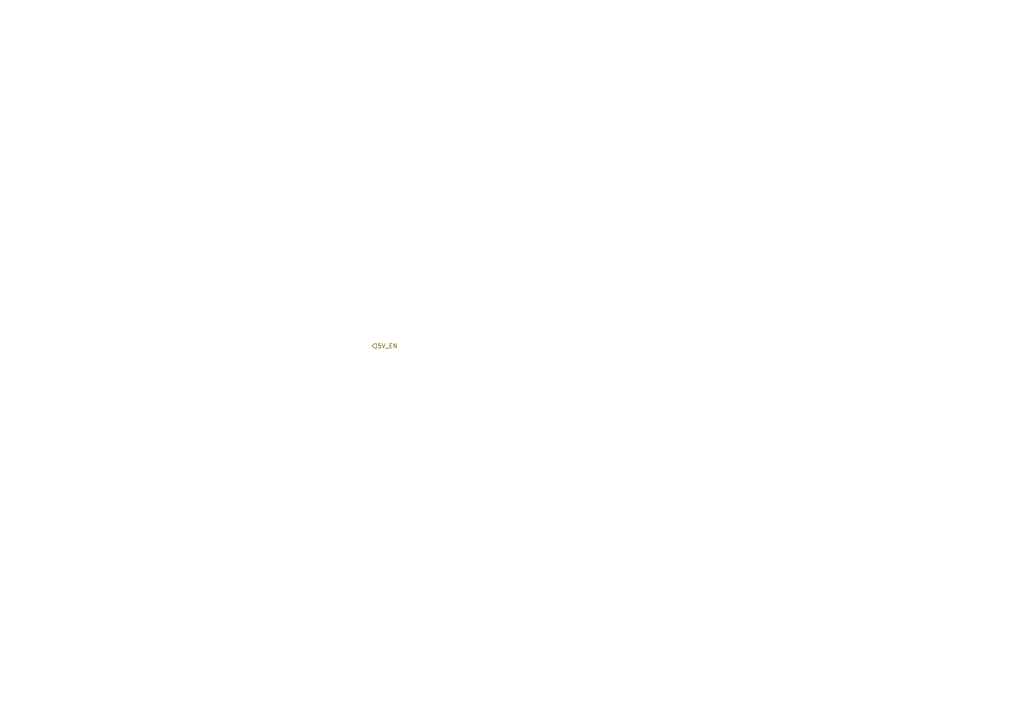
<source format=kicad_sch>
(kicad_sch (version 20211123) (generator eeschema)
  (paper "A4")
  (lib_symbols)
  (hierarchical_label "5V_EN" (shape input) (at 107.95 100.33 0))
)
</source>
